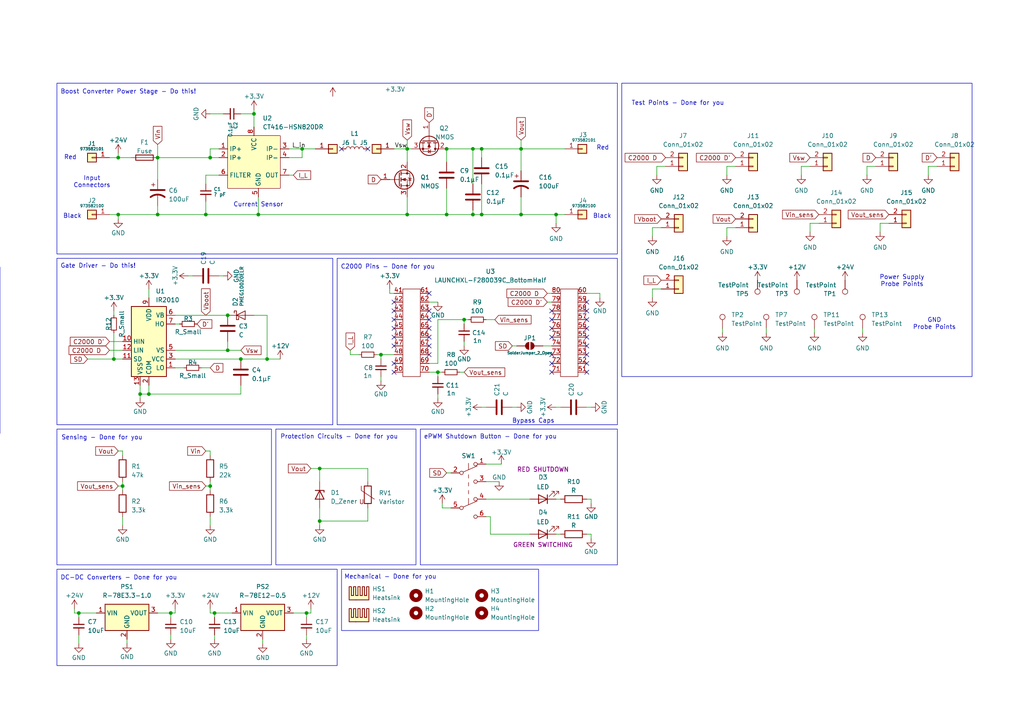
<source format=kicad_sch>
(kicad_sch (version 20231120) (generator "eeschema") (generator_version "8.0")
  (paper "A4")
  (title_block (title "24V-48V Boost Converter") (rev "0") (company "ECE462L: Power Electronics Lab") (comment 1 "[Student names here...]"))
  (junction (at 92.71 135.89))
  (junction (at 22.86 177.8))
  (junction (at 74.93 62.23))
  (junction (at 34.29 45.72))
  (junction (at 40.64 114.3))
  (junction (at 137.16 43.18))
  (junction (at 129.54 62.23))
  (junction (at 127 107.95))
  (junction (at 73.66 33.02))
  (junction (at 66.04 91.44))
  (junction (at 129.54 43.18))
  (junction (at 118.11 43.18))
  (junction (at 110.49 102.87))
  (junction (at 62.23 177.8))
  (junction (at 33.02 104.14))
  (junction (at 139.7 62.23))
  (junction (at 87.63 43.18))
  (junction (at 151.13 43.18))
  (junction (at 49.53 177.8))
  (junction (at 151.13 62.23))
  (junction (at 60.96 140.97))
  (junction (at 92.71 151.13))
  (junction (at 43.18 114.3))
  (junction (at 77.47 104.14))
  (junction (at 139.7 43.18))
  (junction (at 161.29 62.23))
  (junction (at 134.62 92.71))
  (junction (at 88.9 177.8))
  (junction (at 66.04 101.6))
  (junction (at 69.85 104.14))
  (junction (at 35.56 140.97))
  (junction (at 45.72 62.23))
  (junction (at 137.16 62.23))
  (junction (at 59.69 62.23))
  (junction (at 118.11 62.23))
  (junction (at 34.29 62.23))
  (junction (at 60.96 45.72))
  (junction (at 45.72 45.72))
  (no_connect (at 124.46 95.25))
  (no_connect (at 170.18 87.63))
  (no_connect (at 160.02 92.71))
  (no_connect (at 114.3 97.79))
  (no_connect (at 114.3 92.71))
  (no_connect (at 106.68 43.18))
  (no_connect (at 114.3 100.33))
  (no_connect (at 124.46 97.79))
  (no_connect (at 170.18 105.41))
  (no_connect (at 160.02 107.95))
  (no_connect (at 160.02 105.41))
  (no_connect (at 99.06 43.18))
  (no_connect (at 160.02 95.25))
  (no_connect (at 170.18 90.17))
  (no_connect (at 170.18 95.25))
  (no_connect (at 170.18 107.95))
  (no_connect (at 124.46 90.17))
  (no_connect (at 124.46 102.87))
  (no_connect (at 114.3 95.25))
  (no_connect (at 160.02 97.79))
  (no_connect (at 170.18 92.71))
  (no_connect (at 160.02 90.17))
  (no_connect (at 124.46 100.33))
  (no_connect (at 114.3 87.63))
  (no_connect (at 114.3 105.41))
  (no_connect (at 170.18 97.79))
  (no_connect (at 170.18 100.33))
  (no_connect (at 160.02 102.87))
  (no_connect (at 124.46 92.71))
  (no_connect (at 124.46 85.09))
  (no_connect (at 114.3 107.95))
  (no_connect (at 114.3 90.17))
  (no_connect (at 170.18 102.87))
  (wire (pts (xy 173.99 85.09) (xy 173.99 86.36)))
  (wire (pts (xy 92.71 135.89) (xy 92.71 139.7)))
  (wire (pts (xy 157.48 100.33) (xy 160.02 100.33)))
  (wire (pts (xy 54.61 80.01) (xy 55.88 80.01)))
  (wire (pts (xy 45.72 45.72) (xy 45.72 52.07)))
  (wire (pts (xy 63.5 45.72) (xy 60.96 45.72)))
  (wire (pts (xy 151.13 49.53) (xy 151.13 43.18)))
  (wire (pts (xy 161.29 144.78) (xy 162.56 144.78)))
  (wire (pts (xy 134.62 93.98) (xy 134.62 92.71)))
  (wire (pts (xy 139.7 62.23) (xy 151.13 62.23)))
  (wire (pts (xy 237.49 64.77) (xy 234.95 64.77)))
  (wire (pts (xy 118.11 57.15) (xy 118.11 62.23)))
  (wire (pts (xy 91.44 43.18) (xy 87.63 43.18)))
  (wire (pts (xy 140.97 92.71) (xy 143.51 92.71)))
  (wire (pts (xy 110.49 102.87) (xy 109.22 102.87)))
  (wire (pts (xy 58.42 106.68) (xy 60.96 106.68)))
  (wire (pts (xy 139.7 45.72) (xy 139.7 43.18)))
  (wire (pts (xy 255.27 64.77) (xy 255.27 67.31)))
  (wire (pts (xy 21.59 176.53) (xy 21.59 177.8)))
  (wire (pts (xy 110.49 104.14) (xy 110.49 102.87)))
  (wire (pts (xy 21.59 177.8) (xy 22.86 177.8)))
  (wire (pts (xy 35.56 140.97) (xy 35.56 142.24)))
  (wire (pts (xy 171.45 156.21) (xy 171.45 154.94)))
  (wire (pts (xy 34.29 45.72) (xy 38.1 45.72)))
  (wire (pts (xy 45.72 62.23) (xy 59.69 62.23)))
  (wire (pts (xy 189.23 66.04) (xy 189.23 68.58)))
  (wire (pts (xy 59.69 53.34) (xy 59.69 50.8)))
  (wire (pts (xy 149.86 100.33) (xy 148.59 100.33)))
  (wire (pts (xy 161.29 154.94) (xy 162.56 154.94)))
  (wire (pts (xy 134.62 107.95) (xy 133.35 107.95)))
  (wire (pts (xy 31.75 101.6) (xy 35.56 101.6)))
  (wire (pts (xy 254 48.26) (xy 251.46 48.26)))
  (wire (pts (xy 64.77 33.02) (xy 60.96 33.02)))
  (wire (pts (xy 210.82 48.26) (xy 210.82 50.8)))
  (wire (pts (xy 50.8 101.6) (xy 66.04 101.6)))
  (wire (pts (xy 31.75 99.06) (xy 35.56 99.06)))
  (wire (pts (xy 49.53 184.15) (xy 49.53 185.42)))
  (wire (pts (xy 40.64 115.57) (xy 40.64 114.3)))
  (wire (pts (xy 158.75 87.63) (xy 160.02 87.63)))
  (wire (pts (xy 92.71 147.32) (xy 92.71 151.13)))
  (wire (pts (xy 171.45 146.05) (xy 171.45 144.78)))
  (wire (pts (xy 114.3 85.09) (xy 113.03 85.09)))
  (wire (pts (xy 142.24 154.94) (xy 142.24 149.86)))
  (wire (pts (xy 209.55 95.25) (xy 209.55 96.52)))
  (wire (pts (xy 85.09 177.8) (xy 88.9 177.8)))
  (wire (pts (xy 171.45 144.78) (xy 170.18 144.78)))
  (wire (pts (xy 50.8 177.8) (xy 50.8 176.53)))
  (wire (pts (xy 43.18 114.3) (xy 69.85 114.3)))
  (wire (pts (xy 234.95 64.77) (xy 234.95 67.31)))
  (wire (pts (xy 50.8 106.68) (xy 53.34 106.68)))
  (wire (pts (xy 74.93 57.15) (xy 74.93 62.23)))
  (wire (pts (xy 250.19 96.52) (xy 250.19 95.25)))
  (wire (pts (xy 43.18 114.3) (xy 43.18 111.76)))
  (wire (pts (xy 92.71 151.13) (xy 92.71 152.4)))
  (wire (pts (xy 118.11 43.18) (xy 118.11 46.99)))
  (wire (pts (xy 170.18 85.09) (xy 173.99 85.09)))
  (wire (pts (xy 35.56 139.7) (xy 35.56 140.97)))
  (wire (pts (xy 49.53 179.07) (xy 49.53 177.8)))
  (wire (pts (xy 59.69 130.81) (xy 60.96 130.81)))
  (wire (pts (xy 60.96 43.18) (xy 60.96 45.72)))
  (wire (pts (xy 171.45 154.94) (xy 170.18 154.94)))
  (wire (pts (xy 151.13 40.64) (xy 151.13 43.18)))
  (wire (pts (xy 62.23 184.15) (xy 62.23 185.42)))
  (wire (pts (xy 43.18 83.82) (xy 43.18 86.36)))
  (wire (pts (xy 269.24 48.26) (xy 269.24 50.8)))
  (wire (pts (xy 66.04 99.06) (xy 66.04 101.6)))
  (wire (pts (xy 34.29 130.81) (xy 35.56 130.81)))
  (wire (pts (xy 69.85 104.14) (xy 77.47 104.14)))
  (wire (pts (xy 236.22 96.52) (xy 236.22 95.25)))
  (wire (pts (xy 118.11 43.18) (xy 114.3 43.18)))
  (wire (pts (xy 161.29 64.77) (xy 161.29 62.23)))
  (wire (pts (xy 128.27 147.32) (xy 130.81 147.32)))
  (wire (pts (xy 66.04 101.6) (xy 69.85 101.6)))
  (wire (pts (xy 34.29 44.45) (xy 34.29 45.72)))
  (wire (pts (xy 118.11 43.18) (xy 119.38 43.18)))
  (wire (pts (xy 134.62 92.71) (xy 135.89 92.71)))
  (wire (pts (xy 127 92.71) (xy 134.62 92.71)))
  (wire (pts (xy 139.7 118.11) (xy 140.97 118.11)))
  (wire (pts (xy 128.27 147.32) (xy 128.27 146.05)))
  (wire (pts (xy 124.46 87.63) (xy 127 87.63)))
  (wire (pts (xy 74.93 62.23) (xy 118.11 62.23)))
  (wire (pts (xy 210.82 66.04) (xy 210.82 68.58)))
  (wire (pts (xy 127 92.71) (xy 127 105.41)))
  (wire (pts (xy 140.97 144.78) (xy 153.67 144.78)))
  (wire (pts (xy 232.41 48.26) (xy 232.41 50.8)))
  (wire (pts (xy 59.69 140.97) (xy 60.96 140.97)))
  (wire (pts (xy 90.17 135.89) (xy 92.71 135.89)))
  (wire (pts (xy 139.7 43.18) (xy 151.13 43.18)))
  (wire (pts (xy 106.68 139.7) (xy 106.68 135.89)))
  (wire (pts (xy 137.16 62.23) (xy 139.7 62.23)))
  (wire (pts (xy 83.82 43.18) (xy 87.63 43.18)))
  (wire (pts (xy 234.95 48.26) (xy 232.41 48.26)))
  (wire (pts (xy 193.04 48.26) (xy 190.5 48.26)))
  (wire (pts (xy 170.18 118.11) (xy 171.45 118.11)))
  (wire (pts (xy 129.54 62.23) (xy 137.16 62.23)))
  (wire (pts (xy 60.96 45.72) (xy 45.72 45.72)))
  (wire (pts (xy 31.75 45.72) (xy 34.29 45.72)))
  (wire (pts (xy 73.66 31.75) (xy 73.66 33.02)))
  (wire (pts (xy 92.71 135.89) (xy 106.68 135.89)))
  (wire (pts (xy 35.56 149.86) (xy 35.56 152.4)))
  (wire (pts (xy 88.9 179.07) (xy 88.9 177.8)))
  (wire (pts (xy 140.97 139.7) (xy 144.78 139.7)))
  (wire (pts (xy 76.2 185.42) (xy 76.2 186.69)))
  (wire (pts (xy 83.82 50.8) (xy 85.09 50.8)))
  (wire (pts (xy 63.5 80.01) (xy 64.77 80.01)))
  (wire (pts (xy 69.85 111.76) (xy 69.85 114.3)))
  (wire (pts (xy 151.13 62.23) (xy 161.29 62.23)))
  (wire (pts (xy 60.96 142.24) (xy 60.96 140.97)))
  (wire (pts (xy 40.64 114.3) (xy 40.64 111.76)))
  (wire (pts (xy 118.11 40.64) (xy 118.11 43.18)))
  (wire (pts (xy 140.97 134.62) (xy 145.415 134.62)))
  (wire (pts (xy 161.29 62.23) (xy 163.83 62.23)))
  (wire (pts (xy 148.59 118.11) (xy 149.86 118.11)))
  (wire (pts (xy 110.49 102.87) (xy 114.3 102.87)))
  (wire (pts (xy 127 107.95) (xy 128.27 107.95)))
  (wire (pts (xy 25.4 104.14) (xy 33.02 104.14)))
  (wire (pts (xy 83.82 45.72) (xy 87.63 45.72)))
  (wire (pts (xy 34.29 140.97) (xy 35.56 140.97)))
  (wire (pts (xy 129.54 43.18) (xy 137.16 43.18)))
  (wire (pts (xy 191.77 66.04) (xy 189.23 66.04)))
  (wire (pts (xy 60.96 139.7) (xy 60.96 140.97)))
  (wire (pts (xy 77.47 91.44) (xy 77.47 104.14)))
  (wire (pts (xy 50.8 104.14) (xy 69.85 104.14)))
  (wire (pts (xy 31.75 62.23) (xy 34.29 62.23)))
  (wire (pts (xy 90.17 177.8) (xy 90.17 176.53)))
  (wire (pts (xy 127 105.41) (xy 124.46 105.41)))
  (wire (pts (xy 124.46 107.95) (xy 127 107.95)))
  (wire (pts (xy 62.23 177.8) (xy 67.31 177.8)))
  (wire (pts (xy 151.13 43.18) (xy 163.83 43.18)))
  (wire (pts (xy 60.96 177.8) (xy 62.23 177.8)))
  (wire (pts (xy 92.71 151.13) (xy 106.68 151.13)))
  (wire (pts (xy 62.23 179.07) (xy 62.23 177.8)))
  (wire (pts (xy 110.49 110.49) (xy 110.49 109.22)))
  (wire (pts (xy 33.02 96.52) (xy 33.02 104.14)))
  (wire (pts (xy 151.13 57.15) (xy 151.13 62.23)))
  (wire (pts (xy 45.72 59.69) (xy 45.72 62.23)))
  (wire (pts (xy 113.03 85.09) (xy 113.03 83.82)))
  (wire (pts (xy 127 109.22) (xy 127 107.95)))
  (wire (pts (xy 139.7 53.34) (xy 139.7 62.23)))
  (wire (pts (xy 22.86 177.8) (xy 27.94 177.8)))
  (wire (pts (xy 129.54 137.16) (xy 130.81 137.16)))
  (wire (pts (xy 134.62 100.33) (xy 134.62 99.06)))
  (wire (pts (xy 73.66 33.02) (xy 73.66 36.83)))
  (wire (pts (xy 59.69 62.23) (xy 74.93 62.23)))
  (wire (pts (xy 60.96 149.86) (xy 60.96 152.4)))
  (wire (pts (xy 190.5 48.26) (xy 190.5 50.8)))
  (wire (pts (xy 49.53 177.8) (xy 50.8 177.8)))
  (wire (pts (xy 60.96 130.81) (xy 60.96 132.08)))
  (wire (pts (xy 50.8 91.44) (xy 66.04 91.44)))
  (wire (pts (xy 222.25 95.25) (xy 222.25 96.52)))
  (wire (pts (xy 59.69 50.8) (xy 63.5 50.8)))
  (wire (pts (xy 59.69 58.42) (xy 59.69 62.23)))
  (wire (pts (xy 118.11 62.23) (xy 129.54 62.23)))
  (wire (pts (xy 271.78 48.26) (xy 269.24 48.26)))
  (wire (pts (xy 22.86 179.07) (xy 22.86 177.8)))
  (wire (pts (xy 73.66 91.44) (xy 77.47 91.44)))
  (wire (pts (xy 189.23 83.82) (xy 189.23 86.36)))
  (wire (pts (xy 142.24 154.94) (xy 153.67 154.94)))
  (wire (pts (xy 45.72 41.91) (xy 45.72 45.72)))
  (wire (pts (xy 161.29 118.11) (xy 162.56 118.11)))
  (wire (pts (xy 129.54 43.18) (xy 129.54 46.99)))
  (wire (pts (xy 191.77 83.82) (xy 189.23 83.82)))
  (wire (pts (xy 88.9 184.15) (xy 88.9 185.42)))
  (wire (pts (xy 137.16 43.18) (xy 139.7 43.18)))
  (wire (pts (xy 33.02 90.17) (xy 33.02 91.44)))
  (wire (pts (xy 106.68 147.32) (xy 106.68 151.13)))
  (wire (pts (xy 129.54 54.61) (xy 129.54 62.23)))
  (wire (pts (xy 251.46 48.26) (xy 251.46 50.8)))
  (wire (pts (xy 127 115.57) (xy 127 114.3)))
  (wire (pts (xy 87.63 43.18) (xy 87.63 45.72)))
  (wire (pts (xy 40.64 114.3) (xy 43.18 114.3)))
  (wire (pts (xy 213.36 66.04) (xy 210.82 66.04)))
  (wire (pts (xy 142.24 149.86) (xy 140.97 149.86)))
  (wire (pts (xy 137.16 53.34) (xy 137.16 43.18)))
  (wire (pts (xy 34.29 62.23) (xy 45.72 62.23)))
  (wire (pts (xy 73.66 33.02) (xy 69.85 33.02)))
  (wire (pts (xy 35.56 130.81) (xy 35.56 132.08)))
  (wire (pts (xy 158.75 85.09) (xy 160.02 85.09)))
  (wire (pts (xy 60.96 177.8) (xy 60.96 176.53)))
  (wire (pts (xy 22.86 184.15) (xy 22.86 186.69)))
  (wire (pts (xy 101.6 102.87) (xy 101.6 101.6)))
  (wire (pts (xy 90.17 177.8) (xy 88.9 177.8)))
  (wire (pts (xy 34.29 62.23) (xy 34.29 63.5)))
  (wire (pts (xy 104.14 102.87) (xy 101.6 102.87)))
  (wire (pts (xy 50.8 93.98) (xy 52.07 93.98)))
  (wire (pts (xy 77.47 104.14) (xy 81.28 104.14)))
  (wire (pts (xy 213.36 48.26) (xy 210.82 48.26)))
  (wire (pts (xy 45.72 177.8) (xy 49.53 177.8)))
  (wire (pts (xy 137.16 60.96) (xy 137.16 62.23)))
  (wire (pts (xy 36.83 185.42) (xy 36.83 186.69)))
  (wire (pts (xy 33.02 104.14) (xy 35.56 104.14)))
  (wire (pts (xy 63.5 43.18) (xy 60.96 43.18)))
  (wire (pts (xy 257.81 64.77) (xy 255.27 64.77)))
  (rectangle (start 99.06 165.1) (end 156.21 182.88))
  (rectangle (start -110.49 77.47) (end 0 125.73))
  (rectangle (start 16.51 124.46) (end 78.74 163.83))
  (rectangle (start 97.79 74.93) (end 179.07 123.19))
  (rectangle (start 80.01 124.46) (end 120.65 163.83))
  (rectangle (start 16.51 165.1) (end 97.79 193.04))
  (rectangle (start 121.92 124.46) (end 179.07 163.83))
  (rectangle (start -124.46 -1.27) (end -3.81 68.58))
  (rectangle (start 180.34 24.13) (end 281.94 109.22))
  (rectangle (start 16.51 74.93) (end 96.52 123.19))
  (rectangle (start 16.51 24.13) (end 179.07 73.66))
  (text "High Freq\nFiltering\nCapacitors\nFor Switching Loop" (at -29.718 57.912 0) (effects (font (size 1.27 1.27))))
  (text "Inductor wire through hole connections" (at -69.85 5.588 0) (effects (font (size 1.27 1.27)) (justify left bottom)))
  (text "Input\nConnectors" (at 26.67 52.832 0) (effects (font (size 1.27 1.27))))
  (text "Sensing - Done for you\n" (at 17.78 127.762 0) (effects (font (size 1.27 1.27)) (justify left bottom)))
  (text "Protection Circuits - Done for you" (at 81.28 127.508 0) (effects (font (size 1.27 1.27)) (justify left bottom)))
  (text "Input Capacitor\n" (at -63.246 54.61 0) (effects (font (size 1.27 1.27))))
  (text "Test Points - Done for you\n" (at 183.134 30.734 0) (effects (font (size 1.27 1.27)) (justify left bottom)))
  (text "Bypass cap for +12V VCC" (at -18.542 106.426 0) (effects (font (size 1.27 1.27))))
  (text "Black" (at 18.288 63.5 0) (effects (font (size 1.27 1.27)) (justify left bottom)))
  (text "Mechanical - Done for you" (at 99.822 168.148 0) (effects (font (size 1.27 1.27)) (justify left bottom)))
  (text "Red" (at 18.542 46.482 0) (effects (font (size 1.27 1.27)) (justify left bottom)))
  (text "Bulk Output\nCapacitor" (at -50.546 38.862 0) (effects (font (size 1.27 1.27))))
  (text "Power Supply\nProbe Points" (at 261.62 81.534 0) (effects (font (size 1.27 1.27))))
  (text "Boostrap Capacitor" (at -43.942 106.68 0) (effects (font (size 1.27 1.27))))
  (text "Red" (at 172.974 43.688 0) (effects (font (size 1.27 1.27)) (justify left bottom)))
  (text "ePWM Shutdown Button - Done for you" (at 122.936 127.508 0) (effects (font (size 1.27 1.27)) (justify left bottom)))
  (text "Notes: \n\n-The inductor physically will be mounted into the board using a bobbin\n-The inductor will be electrically connected using connectors J5 and J6 \n(use net names L_In and Vsw to connect these to the rest of the circuit)\n- Since the bobbin is not electrically connected to the board, leave the \nconnection as a no connect so it will not be connected to any node on the board\n- Bypass capacitors should be placed as close as possible to the physical pins of each IC\n- Please do not change any net names - the rest of the circuit depends on the current net names \n" (at -100.076 -16.764 0) (effects (font (size 1.27 1.27)) (justify left)))
  (text "Black" (at 171.958 63.5 0) (effects (font (size 1.27 1.27)) (justify left bottom)))
  (text "Gate Driver - Do this!" (at 17.526 77.978 0) (effects (font (size 1.27 1.27)) (justify left bottom)))
  (text "Current Sensor" (at 74.93 59.436 0) (effects (font (size 1.27 1.27))))
  (text "DC-DC Converters - Done for you\n\n" (at 17.526 170.434 0) (effects (font (size 1.27 1.27)) (justify left bottom)))
  (text "Boost Power Stage Components - Use these!" (at -123.698 3.048 0) (effects (font (size 1.27 1.27)) (justify left bottom)))
  (text "Gate Resistors" (at -44.704 92.71 0) (effects (font (size 1.27 1.27))))
  (text "C2000 Pins - Done for you\n" (at 98.806 78.232 0) (effects (font (size 1.27 1.27)) (justify left bottom)))
  (text "Boostrap Diode" (at -22.606 93.472 0) (effects (font (size 1.27 1.27))))
  (text "Bypass Capacitor for current sensor" (at -104.648 30.48 0) (effects (font (size 1.27 1.27))))
  (text "Inductor Bobbin \nConnection" (at -50.038 21.844 0) (effects (font (size 1.27 1.27))))
  (text "Switches" (at -22.606 11.176 0) (effects (font (size 1.27 1.27))))
  (text "Bypass Capacitor for gate driver\n" (at -89.662 112.014 0) (effects (font (size 1.27 1.27))))
  (text "Gate Driver Components - Use these!" (at -107.95 82.042 0) (effects (font (size 1.27 1.27)) (justify left bottom)))
  (text "GND\nProbe Points" (at 271.018 93.98 0) (effects (font (size 1.27 1.27))))
  (text "Bypass Caps" (at 154.686 122.174 0) (effects (font (size 1.27 1.27))))
  (text "Boost Converter Power Stage - Do this!\n" (at 17.526 27.432 0) (effects (font (size 1.27 1.27)) (justify left bottom)))
  (label "L_in" (at 88.6213 43.18 180))
  (label "Vsw" (at 118.11 43.18 180))
  (global_label "Vout_sens" (shape input) (at 134.62 107.95 0) (property "Intersheetrefs" "${INTERSHEET_REFS}" (effects (hide yes))))
  (global_label "D" (shape input) (at 110.49 52.07 180) (property "Intersheetrefs" "${INTERSHEET_REFS}" (effects (hide yes))))
  (global_label "Vout" (shape input) (at 213.36 63.5 180) (property "Intersheetrefs" "${INTERSHEET_REFS}" (effects (hide yes))))
  (global_label "SD" (shape input) (at 148.59 100.33 180) (property "Intersheetrefs" "${INTERSHEET_REFS}" (effects (hide yes))))
  (global_label "Vboot" (shape input) (at 59.69 91.44 90) (property "Intersheetrefs" "${INTERSHEET_REFS}" (effects (hide yes))))
  (global_label "Vsw" (shape input) (at 118.11 40.64 90) (property "Intersheetrefs" "${INTERSHEET_REFS}" (effects (hide yes))))
  (global_label "I_L" (shape input) (at 191.77 81.28 180) (property "Intersheetrefs" "${INTERSHEET_REFS}" (effects (hide yes))))
  (global_label "I_L" (shape input) (at 101.6 101.6 90) (property "Intersheetrefs" "${INTERSHEET_REFS}" (effects (hide yes))))
  (global_label "C2000 D " (shape input) (at 31.75 101.6 180) (property "Intersheetrefs" "${INTERSHEET_REFS}" (effects (hide yes))))
  (global_label "SD" (shape input) (at 129.54 137.16 180) (property "Intersheetrefs" "${INTERSHEET_REFS}" (effects (hide yes))))
  (global_label "Vout_sens" (shape input) (at 257.81 62.23 180) (property "Intersheetrefs" "${INTERSHEET_REFS}" (effects (hide yes))))
  (global_label "SD" (shape input) (at 25.4 104.14 180) (property "Intersheetrefs" "${INTERSHEET_REFS}" (effects (hide yes))))
  (global_label "D" (shape input) (at 254 45.72 180) (property "Intersheetrefs" "${INTERSHEET_REFS}" (effects (hide yes))))
  (global_label "Vout" (shape input) (at 34.29 130.81 180) (property "Intersheetrefs" "${INTERSHEET_REFS}" (effects (hide yes))))
  (global_label "C2000 D'" (shape input) (at 31.75 99.06 180) (property "Intersheetrefs" "${INTERSHEET_REFS}" (effects (hide yes))))
  (global_label "Vin_sens" (shape input) (at 237.49 62.23 180) (property "Intersheetrefs" "${INTERSHEET_REFS}" (effects (hide yes))))
  (global_label "Vsw" (shape input) (at 69.85 101.6 0) (property "Intersheetrefs" "${INTERSHEET_REFS}" (effects (hide yes))))
  (global_label "D'" (shape input) (at 57.15 93.98 0) (property "Intersheetrefs" "${INTERSHEET_REFS}" (effects (hide yes))))
  (global_label "C2000 D'" (shape input) (at 158.75 87.63 180) (property "Intersheetrefs" "${INTERSHEET_REFS}" (effects (hide yes))))
  (global_label "D" (shape input) (at 60.96 106.68 0) (property "Intersheetrefs" "${INTERSHEET_REFS}" (effects (hide yes))))
  (global_label "C2000 D " (shape input) (at 158.75 85.09 180) (property "Intersheetrefs" "${INTERSHEET_REFS}" (effects (hide yes))))
  (global_label "Vboot" (shape input) (at 191.77 63.5 180) (property "Intersheetrefs" "${INTERSHEET_REFS}" (effects (hide yes))))
  (global_label "Vsw" (shape input) (at 234.95 45.72 180) (property "Intersheetrefs" "${INTERSHEET_REFS}" (effects (hide yes))))
  (global_label "Vout_sens" (shape input) (at 34.29 140.97 180) (property "Intersheetrefs" "${INTERSHEET_REFS}" (effects (hide yes))))
  (global_label "Vout" (shape input) (at 151.13 40.64 90) (property "Intersheetrefs" "${INTERSHEET_REFS}" (effects (hide yes))))
  (global_label "D'" (shape input) (at 124.46 35.56 90) (property "Intersheetrefs" "${INTERSHEET_REFS}" (effects (hide yes))))
  (global_label "C2000 D " (shape input) (at 193.04 45.72 180) (property "Intersheetrefs" "${INTERSHEET_REFS}" (effects (hide yes))))
  (global_label "D'" (shape input) (at 271.78 45.72 180) (property "Intersheetrefs" "${INTERSHEET_REFS}" (effects (hide yes))))
  (global_label "Vin" (shape input) (at 45.72 41.91 90) (property "Intersheetrefs" "${INTERSHEET_REFS}" (effects (hide yes))))
  (global_label "C2000 D'" (shape input) (at 213.36 45.72 180) (property "Intersheetrefs" "${INTERSHEET_REFS}" (effects (hide yes))))
  (global_label "Vin_sens" (shape input) (at 143.51 92.71 0) (property "Intersheetrefs" "${INTERSHEET_REFS}" (effects (hide yes))))
  (global_label "I_L" (shape input) (at 85.09 50.8 0) (property "Intersheetrefs" "${INTERSHEET_REFS}" (effects (hide yes))))
  (global_label "Vout" (shape input) (at 90.17 135.89 180) (property "Intersheetrefs" "${INTERSHEET_REFS}" (effects (hide yes))))
  (global_label "Vin_sens" (shape input) (at 59.69 140.97 180) (property "Intersheetrefs" "${INTERSHEET_REFS}" (effects (hide yes))))
  (global_label "Vin" (shape input) (at 59.69 130.81 180) (property "Intersheetrefs" "${INTERSHEET_REFS}" (effects (hide yes))))
  (symbol (lib_id "Connector:TestPoint") (at 209.55 95.25 0) (unit 1)
    (property "Reference" "TP2" (at 212.09 91.313 0) (effects (justify left)))
    (property "Value" "TestPoint" (at 212.09 93.853 0) (effects (justify left)))
    (property "Footprint" "TestPoint:TestPoint_Loop_D1.80mm_Drill1.0mm_Beaded" (effects (hide yes)))
  )
  (symbol (lib_id "power:GND") (at 60.96 152.4 0) (unit 1)
    (property "Reference" "#PWR09" (effects (hide yes)))
    (property "Value" "GND" (at 60.96 156.464 0))
  )
  (symbol (lib_id "Connector_Generic:Conn_01x01") (at 168.91 43.18 0) (unit 1)
    (property "Reference" "J3" (at 167.894 39.116 0) (effects (justify left)))
    (property "Value" "973582101" (at 165.862 40.64 0) (effects (font (size 0.8 0.8)) (justify left)))
    (property "Footprint" "ECE462L:973582101" (effects (hide yes)))
    (property "Description" "Generic connector, single row, 01x01, script generated (kicad-library-utils/schlib/autogen/connector/)" (effects (hide yes)))
  )
  (symbol (lib_id "Switch:SW_Push_DPDT") (at 135.89 142.24 0) (unit 1)
    (property "Reference" "SW1" (at 135.89 132.207 0))
    (property "Value" "SW_Push_DPDT" (effects (hide yes)))
    (property "Footprint" "ECE462L:SLW1116297AD" (effects (hide yes)))
  )
  (symbol (lib_id "power:GND") (at 210.82 68.58 0) (mirror y) (unit 1)
    (property "Reference" "#PWR048" (effects (hide yes)))
    (property "Value" "GND" (at 210.82 73.025 0))
  )
  (symbol (lib_id "power:GND") (at 234.95 67.31 0) (mirror y) (unit 1)
    (property "Reference" "#PWR049" (effects (hide yes)))
    (property "Value" "GND" (at 234.95 71.755 0))
  )
  (symbol (lib_id "Device:C") (at 66.04 95.25 0) (unit 1)
    (property "Reference" "C3" (at 69.215 94.615 0) (effects (justify left)))
    (property "Value" "C" (at 69.215 97.155 0) (effects (justify left)))
    (property "Footprint" "Capacitor_SMD:C_0805_2012Metric" (effects (hide yes)))
    (property "Description" "Cboot" (effects (hide yes)))
  )
  (symbol (lib_id "Connector:TestPoint") (at 236.22 95.25 0) (unit 1)
    (property "Reference" "TP11" (at 238.76 91.313 0) (effects (justify left)))
    (property "Value" "TestPoint" (at 238.76 93.853 0) (effects (justify left)))
    (property "Footprint" "TestPoint:TestPoint_Loop_D1.80mm_Drill1.0mm_Beaded" (effects (hide yes)))
  )
  (symbol (lib_id "Device:D_Zener") (at 92.71 143.51 270) (unit 1)
    (property "Reference" "D1" (at 95.885 142.875 90) (effects (justify left)))
    (property "Value" "D_Zener" (at 95.885 145.415 90) (effects (justify left)))
    (property "Footprint" "ECE462L:1.5KE75A" (effects (hide yes)))
  )
  (symbol (lib_id "Device:C_Small") (at 22.86 181.61 0) (unit 1)
    (property "Reference" "C7" (at 25.4 180.3462 0) (effects (justify left)))
    (property "Value" "10uF" (at 25.4 182.8862 0) (effects (justify left)))
    (property "Footprint" "Capacitor_SMD:C_0805_2012Metric" (effects (hide yes)))
    (property "Description" "Unpolarized capacitor, small symbol" (effects (hide yes)))
  )
  (symbol (lib_id "Connector_Generic:Conn_01x02") (at 196.85 66.04 0) (mirror x) (unit 1)
    (property "Reference" "J12" (at 196.85 57.15 0))
    (property "Value" "Conn_01x02" (at 196.85 59.69 0))
    (property "Footprint" "ECE462L:TP" (effects (hide yes)))
    (property "Description" "Generic connector, single row, 01x02, script generated (kicad-library-utils/schlib/autogen/connector/)" (effects (hide yes)))
  )
  (symbol (lib_id "power:GND") (at 88.9 185.42 0) (unit 1)
    (property "Reference" "#PWR025" (effects (hide yes)))
    (property "Value" "GND" (at 88.9 189.484 0))
  )
  (symbol (lib_id "Connector_Generic:Conn_01x01") (at 26.67 45.72 180) (unit 1)
    (property "Reference" "J1" (at 26.67 41.656 0))
    (property "Value" "973582101" (at 26.67 43.18 0) (effects (font (size 0.8 0.8))))
    (property "Footprint" "ECE462L:973582101" (effects (hide yes)))
    (property "Description" "Generic connector, single row, 01x01, script generated (kicad-library-utils/schlib/autogen/connector/)" (effects (hide yes)))
  )
  (symbol (lib_id "Connector_Generic:Conn_01x02") (at 218.44 48.26 0) (mirror x) (unit 1)
    (property "Reference" "J11" (at 218.44 39.37 0))
    (property "Value" "Conn_01x02" (at 218.44 41.91 0))
    (property "Footprint" "ECE462L:TP" (effects (hide yes)))
    (property "Description" "Generic connector, single row, 01x02, script generated (kicad-library-utils/schlib/autogen/connector/)" (effects (hide yes)))
  )
  (symbol (lib_id "Connector_Generic:Conn_01x02") (at 240.03 48.26 0) (mirror x) (unit 1)
    (property "Reference" "J10" (at 240.03 39.37 0))
    (property "Value" "Conn_01x02" (at 240.03 41.91 0))
    (property "Footprint" "ECE462L:TP" (effects (hide yes)))
    (property "Description" "Generic connector, single row, 01x02, script generated (kicad-library-utils/schlib/autogen/connector/)" (effects (hide yes)))
  )
  (symbol (lib_id "power:GND") (at 76.2 186.69 0) (unit 1)
    (property "Reference" "#PWR024" (effects (hide yes)))
    (property "Value" "GND" (at 76.2 190.754 0))
  )
  (symbol (lib_id "power:+3.3V") (at 161.29 118.11 90) (unit 1)
    (property "Reference" "#PWR052" (effects (hide yes)))
    (property "Value" "+3.3V" (at 157.48 118.11 0))
  )
  (symbol (lib_id "Connector_Generic:Conn_01x01") (at 109.22 43.18 0) (mirror y) (unit 1)
    (property "Reference" "J5" (at 106.68 41.402 0) (effects (justify left)))
    (property "Value" "Conn_01x01" (effects (hide yes)))
    (property "Footprint" "ECE462L:Inductor_wire_conn" (effects (hide yes)))
    (property "Description" "Generic connector, single row, 01x01, script generated (kicad-library-utils/schlib/autogen/connector/)" (effects (hide yes)))
  )
  (symbol (lib_id "Mechanical:MountingHole") (at 120.65 177.8 0) (unit 1) (exclude_from_sim yes) (in_bom no)
    (property "Reference" "H2" (at 123.19 176.5299 0) (effects (justify left)))
    (property "Value" "MountingHole" (at 123.19 179.0699 0) (effects (justify left)))
    (property "Footprint" "MountingHole:MountingHole_3.2mm_M3" (effects (hide yes)))
    (property "Description" "Mounting Hole without connection" (effects (hide yes)))
  )
  (symbol (lib_id "Device:Varistor") (at 106.68 143.51 0) (unit 1)
    (property "Reference" "RV1" (at 109.855 142.9742 0) (effects (justify left)))
    (property "Value" "Varistor" (at 109.855 145.5142 0) (effects (justify left)))
    (property "Footprint" "ECE462L:V100ZA15P" (effects (hide yes)))
    (property "Sim.Name" "kicad_builtin_varistor" (effects (hide yes)))
    (property "Sim.Device" "SUBCKT" (effects (hide yes)))
    (property "Sim.Pins" "1=A 2=B" (effects (hide yes)))
    (property "Sim.Params" "threshold=1k" (effects (hide yes)))
    (property "Sim.Library" "${KICAD7_SYMBOL_DIR}/Simulation_SPICE.sp" (effects (hide yes)))
  )
  (symbol (lib_id "power:+3.3V") (at 128.27 146.05 0) (unit 1)
    (property "Reference" "#PWR035" (effects (hide yes)))
    (property "Value" "+3.3V" (at 128.27 142.24 0))
  )
  (symbol (lib_id "power:+24V") (at 245.11 81.28 0) (unit 1)
    (property "Reference" "#PWR028" (effects (hide yes)))
    (property "Value" "+24V" (at 245.11 77.47 0))
  )
  (symbol (lib_id "Device:Fuse") (at 41.91 45.72 90) (unit 1)
    (property "Reference" "F1" (at 41.91 41.275 90))
    (property "Value" "Fuse" (at 41.91 43.815 90))
    (property "Footprint" "ECE462L:03540101ZXGY" (effects (hide yes)))
  )
  (symbol (lib_id "ECE462L:R-78E3.3-1.0") (at 36.83 179.07 0) (unit 1)
    (property "Reference" "PS1" (at 36.83 170.18 0))
    (property "Value" "R-78E3.3-1.0" (at 36.83 172.72 0))
    (property "Footprint" "ECE462L:R-78E3.3-1.0" (effects (hide yes)))
    (property "PARTREV" "6" (effects (hide yes)))
    (property "STANDARD" "Manufacturer Recommendations" (effects (hide yes)))
    (property "MAXIMUM_PACKAGE_HEIGHT" "10.40mm" (effects (hide yes)))
    (property "MANUFACTURER" "RECOM" (effects (hide yes)))
  )
  (symbol (lib_id "Device:C") (at 69.85 107.95 0) (unit 1)
    (property "Reference" "C4" (at 73.025 107.315 0) (effects (justify left)))
    (property "Value" "0.1μF" (at 73.025 109.855 0) (effects (justify left)))
    (property "Footprint" "Capacitor_SMD:C_0805_2012Metric" (effects (hide yes)))
    (property "Description" "Cbypass" (effects (hide yes)))
  )
  (symbol (lib_id "power:GND") (at 236.22 96.52 0) (unit 1)
    (property "Reference" "#PWR036" (effects (hide yes)))
    (property "Value" "GND" (at 236.22 100.965 0))
  )
  (symbol (lib_id "power:GND") (at 127 87.63 0) (unit 1)
    (property "Reference" "#PWR020" (effects (hide yes)))
    (property "Value" "GND" (at 127 91.44 0))
  )
  (symbol (lib_id "Connector:TestPoint") (at 231.14 81.28 180) (unit 1)
    (property "Reference" "TP3" (at 228.6 85.217 0) (effects (justify left)))
    (property "Value" "TestPoint" (at 228.6 82.677 0) (effects (justify left)))
    (property "Footprint" "TestPoint:TestPoint_Loop_D1.80mm_Drill1.0mm_Beaded" (effects (hide yes)))
  )
  (symbol (lib_id "power:GND") (at 127 115.57 0) (unit 1)
    (property "Reference" "#PWR019" (effects (hide yes)))
    (property "Value" "GND" (at 127 119.38 0))
  )
  (symbol (lib_id "Device:R_Small") (at 55.88 106.68 90) (unit 1)
    (property "Reference" "R4" (at 55.88 105.156 90))
    (property "Value" "R_Small" (at 55.88 108.966 90))
    (property "Footprint" "Resistor_SMD:R_0805_2012Metric" (effects (hide yes)))
    (property "Description" "gate resistor" (effects (hide yes)))
  )
  (symbol (lib_id "Device:L") (at 102.87 43.18 90) (unit 1)
    (property "Reference" "L1" (at 102.87 38.735 90))
    (property "Value" "L" (at 102.87 41.275 90))
    (property "Footprint" "ECE462L:Inductor" (effects (hide yes)))
  )
  (symbol (lib_id "Device:R") (at 166.37 154.94 90) (unit 1)
    (property "Reference" "R11" (at 166.37 149.86 90))
    (property "Value" "R" (at 166.37 152.4 90))
    (property "Footprint" "Resistor_SMD:R_0805_2012Metric" (effects (hide yes)))
  )
  (symbol (lib_id "power:+12V") (at 90.17 176.53 0) (unit 1)
    (property "Reference" "#PWR026" (effects (hide yes)))
    (property "Value" "+12V" (at 90.17 172.72 0))
  )
  (symbol (lib_id "power:+12V") (at 231.14 81.28 0) (unit 1)
    (property "Reference" "#PWR032" (effects (hide yes)))
    (property "Value" "+12V" (at 231.14 77.47 0))
  )
  (symbol (lib_id "Device:C_Small") (at 59.69 55.88 0) (unit 1)
    (property "Reference" "C1" (at 61.976 54.864 0) (effects (font (size 1 1)) (justify left)))
    (property "Value" "? pF" (at 61.976 56.388 0) (effects (font (size 1 1)) (justify left)))
    (property "Footprint" "Capacitor_SMD:C_0805_2012Metric" (effects (hide yes)))
    (property "Description" "Unpolarized capacitor, small symbol" (effects (hide yes)))
  )
  (symbol (lib_id "Device:C_Small") (at 127 111.76 0) (unit 1)
    (property "Reference" "C11" (at 129.286 111.76 0) (effects (justify left)))
    (property "Value" "1n" (at 129.54 114.046 0) (effects (justify left)))
    (property "Footprint" "Capacitor_SMD:C_0805_2012Metric" (effects (hide yes)))
    (property "Description" "Unpolarized capacitor, small symbol" (effects (hide yes)))
  )
  (symbol (lib_id "Device:C_Small") (at 134.62 96.52 0) (unit 1)
    (property "Reference" "C14" (at 136.906 96.52 0) (effects (justify left)))
    (property "Value" "1n" (at 137.16 98.806 0) (effects (justify left)))
    (property "Footprint" "Capacitor_SMD:C_0805_2012Metric" (effects (hide yes)))
    (property "Description" "Unpolarized capacitor, small symbol" (effects (hide yes)))
  )
  (symbol (lib_id "Device:R") (at 35.56 146.05 0) (unit 1)
    (property "Reference" "R2" (at 38.1 145.415 0) (effects (justify left)))
    (property "Value" "3.3k" (at 38.1 147.955 0) (effects (justify left)))
    (property "Footprint" "Resistor_SMD:R_0805_2012Metric" (effects (hide yes)))
  )
  (symbol (lib_name "GND_1") (lib_id "power:GND") (at 60.96 33.02 270) (unit 1)
    (property "Reference" "#PWR08" (effects (hide yes)))
    (property "Value" "GND" (at 56.896 33.02 0))
    (property "Description" "Power symbol creates a global label with name \"GND\" , ground" (effects (hide yes)))
  )
  (symbol (lib_id "Diode:PMEG10020ELR") (at 69.85 91.44 0) (unit 1)
    (property "Reference" "D2" (at 68.2624 88.9 90) (effects (justify left)))
    (property "Value" "PMEG10020ELR" (at 70.104 88.9 90) (effects (font (size 1 1)) (justify left)))
    (property "Footprint" "Diode_SMD:Nexperia_CFP3_SOD-123W" (effects (hide yes)))
    (property "Datasheet" "https://assets.nexperia.com/documents/data-sheet/PMEG10020ELR.pdf" (effects (hide yes)))
    (property "Description" "boostrap diode" (effects (hide yes)))
  )
  (symbol (lib_id "Device:R_Small") (at 33.02 93.98 180) (unit 1)
    (property "Reference" "R12" (at 31.496 93.98 90))
    (property "Value" "R_Small" (at 35.306 93.98 90))
    (property "Footprint" "Resistor_SMD:R_0805_2012Metric" (effects (hide yes)))
    (property "Description" "Resistor, small symbol" (effects (hide yes)))
  )
  (symbol (lib_id "power:GND") (at 250.19 96.52 0) (unit 1)
    (property "Reference" "#PWR039" (effects (hide yes)))
    (property "Value" "GND" (at 250.19 100.965 0))
  )
  (symbol (lib_id "Device:R") (at 35.56 135.89 0) (unit 1)
    (property "Reference" "R1" (at 38.1 135.255 0) (effects (justify left)))
    (property "Value" "47k" (at 38.1 137.795 0) (effects (justify left)))
    (property "Footprint" "Resistor_SMD:R_0805_2012Metric" (effects (hide yes)))
  )
  (symbol (lib_id "Device:LED") (at 157.48 144.78 180) (unit 1)
    (property "Reference" "D3" (at 157.48 138.43 0))
    (property "Value" "LED" (at 157.48 141.224 0))
    (property "Footprint" "ECE462L:WL-SMRW_1206_REC" (effects (hide yes)))
    (property "Description" "RED SHUTDOWN" (at 157.48 136.144 0))
  )
  (symbol (lib_id "Connector_Generic:Conn_01x02") (at 259.08 48.26 0) (mirror x) (unit 1)
    (property "Reference" "J9" (at 259.08 39.37 0))
    (property "Value" "Conn_01x02" (at 259.08 41.91 0))
    (property "Footprint" "ECE462L:TP" (effects (hide yes)))
    (property "Description" "Generic connector, single row, 01x02, script generated (kicad-library-utils/schlib/autogen/connector/)" (effects (hide yes)))
  )
  (symbol (lib_id "Connector_Generic:Conn_01x02") (at 242.57 64.77 0) (mirror x) (unit 1)
    (property "Reference" "J14" (at 242.57 55.88 0))
    (property "Value" "Conn_01x02" (at 242.57 58.42 0))
    (property "Footprint" "ECE462L:TP" (effects (hide yes)))
    (property "Description" "Generic connector, single row, 01x02, script generated (kicad-library-utils/schlib/autogen/connector/)" (effects (hide yes)))
  )
  (symbol (lib_id "power:GND") (at 62.23 185.42 0) (unit 1)
    (property "Reference" "#PWR022" (effects (hide yes)))
    (property "Value" "GND" (at 62.23 189.484 0))
  )
  (symbol (lib_id "Connector_Generic:Conn_01x02") (at 218.44 66.04 0) (mirror x) (unit 1)
    (property "Reference" "J13" (at 218.44 57.15 0))
    (property "Value" "Conn_01x02" (at 218.44 59.69 0))
    (property "Footprint" "ECE462L:TP" (effects (hide yes)))
    (property "Description" "Generic connector, single row, 01x02, script generated (kicad-library-utils/schlib/autogen/connector/)" (effects (hide yes)))
  )
  (symbol (lib_id "power:+24V") (at 60.96 176.53 0) (unit 1)
    (property "Reference" "#PWR021" (effects (hide yes)))
    (property "Value" "+24V" (at 60.96 172.72 0))
  )
  (symbol (lib_id "Connector:TestPoint") (at 222.25 95.25 0) (unit 1)
    (property "Reference" "TP7" (at 224.79 91.313 0) (effects (justify left)))
    (property "Value" "TestPoint" (at 224.79 93.853 0) (effects (justify left)))
    (property "Footprint" "TestPoint:TestPoint_Loop_D1.80mm_Drill1.0mm_Beaded" (effects (hide yes)))
  )
  (symbol (lib_id "power:+3.3V") (at 50.8 176.53 0) (unit 1)
    (property "Reference" "#PWR018" (effects (hide yes)))
    (property "Value" "+3.3V" (at 50.8 172.72 0))
  )
  (symbol (lib_id "power:GND") (at 171.45 156.21 0) (unit 1)
    (property "Reference" "#PWR041" (effects (hide yes)))
    (property "Value" "GND" (at 171.45 160.02 0))
  )
  (symbol (lib_id "power:GND") (at 40.64 115.57 0) (unit 1)
    (property "Reference" "#PWR05" (effects (hide yes)))
    (property "Value" "GND" (at 40.64 119.38 0))
  )
  (symbol (lib_id "Device:C_Small") (at 49.53 181.61 0) (unit 1)
    (property "Reference" "C10" (at 52.07 180.3462 0) (effects (justify left)))
    (property "Value" "10uF" (at 52.07 182.8862 0) (effects (justify left)))
    (property "Footprint" "Capacitor_SMD:C_0805_2012Metric" (effects (hide yes)))
    (property "Description" "Unpolarized capacitor, small symbol" (effects (hide yes)))
  )
  (symbol (lib_id "Device:R_Small") (at 54.61 93.98 90) (unit 1)
    (property "Reference" "R3" (at 54.61 92.456 90))
    (property "Value" "R_Small" (at 54.61 96.266 90))
    (property "Footprint" "Resistor_SMD:R_0805_2012Metric" (effects (hide yes)))
    (property "Description" "gate resistor" (effects (hide yes)))
  )
  (symbol (lib_id "Mechanical:Heatsink") (at 104.14 173.99 0) (unit 1) (exclude_from_sim yes)
    (property "Reference" "HS1" (at 107.95 170.8149 0) (effects (justify left)))
    (property "Value" "Heatsink" (at 107.95 173.3549 0) (effects (justify left)))
    (property "Footprint" "ECE462L:513102B02500G" (effects (hide yes)))
    (property "Description" "Heatsink" (effects (hide yes)))
  )
  (symbol (lib_id "Device:C_Small") (at 62.23 181.61 0) (unit 1)
    (property "Reference" "C13" (at 64.77 180.3462 0) (effects (justify left)))
    (property "Value" "10uF" (at 64.77 182.8862 0) (effects (justify left)))
    (property "Footprint" "Capacitor_SMD:C_0805_2012Metric" (effects (hide yes)))
    (property "Description" "Unpolarized capacitor, small symbol" (effects (hide yes)))
  )
  (symbol (lib_id "Device:R_Small") (at 138.43 92.71 90) (unit 1)
    (property "Reference" "R9" (at 138.43 87.63 90))
    (property "Value" "100" (at 138.43 90.17 90))
    (property "Footprint" "Resistor_SMD:R_0805_2012Metric" (effects (hide yes)))
    (property "Description" "Resistor, small symbol" (effects (hide yes)))
  )
  (symbol (lib_id "Device:LED") (at 157.48 154.94 180) (unit 1)
    (property "Reference" "D4" (at 157.48 148.59 0))
    (property "Value" "LED" (at 157.48 151.384 0))
    (property "Footprint" "ECE462L:WL-SMRW_1206_REC" (effects (hide yes)))
    (property "Description" "GREEN SWITCHING" (at 157.48 157.988 0))
  )
  (symbol (lib_id "Driver_FET:IR2010") (at 43.18 99.06 0) (unit 1)
    (property "Reference" "U1" (at 45.1359 84.455 0) (effects (justify left)))
    (property "Value" "IR2010" (at 45.1359 86.995 0) (effects (justify left)))
    (property "Footprint" "ECE462L:1-2199298-3" (effects (hide yes)))
    (property "Datasheet" "https://www.infineon.com/dgdl/ir2010.pdf?fileId=5546d462533600a4015355c48f901660" (effects (hide yes)))
  )
  (symbol (lib_id "Device:C") (at 129.54 50.8 0) (unit 1)
    (property "Reference" "C9" (at 133.35 49.5299 0) (effects (justify left)))
    (property "Value" "0.1μF" (at 133.35 52.0699 0) (effects (justify left)))
    (property "Footprint" "Capacitor_SMD:C_0805_2012Metric" (effects (hide yes)))
  )
  (symbol (lib_id "power:GND") (at 173.99 86.36 0) (unit 1)
    (property "Reference" "#PWR027" (effects (hide yes)))
    (property "Value" "GND" (at 173.99 90.17 0))
  )
  (symbol (lib_name "CT416-HSN820DR_1") (lib_id "ECE462L:CT416-HSN820DR") (at 73.66 46.99 0) (unit 1)
    (property "Reference" "U2" (at 76.162 34.29 0) (effects (justify left)))
    (property "Value" "CT416-HSN820DR" (at 76.162 36.83 0) (effects (justify left)))
    (property "Footprint" "Package_SO:SOIC-8_3.9x4.9mm_P1.27mm" (effects (hide yes)))
  )
  (symbol (lib_id "Device:R") (at 166.37 144.78 90) (unit 1)
    (property "Reference" "R10" (at 166.37 139.7 90))
    (property "Value" "R" (at 166.37 142.24 90))
    (property "Footprint" "Resistor_SMD:R_0805_2012Metric" (effects (hide yes)))
  )
  (symbol (lib_id "Device:C") (at 166.37 118.11 90) (unit 1)
    (property "Reference" "C20" (at 165.735 114.935 0) (effects (justify left)))
    (property "Value" "C" (at 168.275 114.935 0) (effects (justify left)))
    (property "Footprint" "Capacitor_SMD:C_0805_2012Metric" (effects (hide yes)))
  )
  (symbol (lib_id "Connector_Generic:Conn_01x01") (at 26.67 62.23 180) (unit 1)
    (property "Reference" "J2" (at 26.67 58.166 0))
    (property "Value" "973582100" (at 26.67 59.69 0) (effects (font (size 0.8 0.8))))
    (property "Footprint" "ECE462L:973582100" (effects (hide yes)))
    (property "Description" "Generic connector, single row, 01x01, script generated (kicad-library-utils/schlib/autogen/connector/)" (effects (hide yes)))
  )
  (symbol (lib_id "power:+3.3V") (at 219.71 81.28 0) (unit 1)
    (property "Reference" "#PWR030" (effects (hide yes)))
    (property "Value" "+3.3V" (at 219.71 77.47 0))
  )
  (symbol (lib_id "Device:Q_NMOS_GDS") (at 124.46 40.64 270) (unit 1)
    (property "Reference" "Q2" (at 128.778 37.211 90))
    (property "Value" "NMOS" (at 129.032 39.751 90))
    (property "Footprint" "Package_TO_SOT_THT:TO-220-3_Vertical" (effects (hide yes)))
    (property "Description" "N-MOSFET transistor, gate/drain/source" (effects (hide yes)))
    (property "Sim.Device" "NMOS" (effects (hide yes)))
    (property "Sim.Type" "VDMOS" (effects (hide yes)))
    (property "Sim.Pins" "1=D 2=G 3=S" (effects (hide yes)))
  )
  (symbol (lib_id "Device:R") (at 60.96 146.05 0) (unit 1)
    (property "Reference" "R6" (at 63.5 145.415 0) (effects (justify left)))
    (property "Value" "3.3k" (at 63.5 147.955 0) (effects (justify left)))
    (property "Footprint" "Resistor_SMD:R_0805_2012Metric" (effects (hide yes)))
  )
  (symbol (lib_id "power:GND") (at 161.29 64.77 0) (mirror y) (unit 1)
    (property "Reference" "#PWR057" (effects (hide yes)))
    (property "Value" "GND" (at 161.29 69.215 0))
  )
  (symbol (lib_id "Connector:TestPoint") (at 219.71 81.28 180) (unit 1)
    (property "Reference" "TP5" (at 217.17 85.217 0) (effects (justify left)))
    (property "Value" "TestPoint" (at 217.17 82.677 0) (effects (justify left)))
    (property "Footprint" "TestPoint:TestPoint_Loop_D1.80mm_Drill1.0mm_Beaded" (effects (hide yes)))
  )
  (symbol (lib_id "Device:C") (at 139.7 49.53 0) (unit 1)
    (property "Reference" "C15" (at 143.51 48.2599 0) (effects (justify left)))
    (property "Value" "0.1μF" (at 143.51 50.7999 0) (effects (justify left)))
    (property "Footprint" "Capacitor_SMD:C_0805_2012Metric" (effects (hide yes)))
  )
  (symbol (lib_id "ECE462L:LAUNCHXL-F280039C_BottomHalf") (at 142.24 96.52 0) (unit 1)
    (property "Reference" "U3" (at 142.24 78.74 0))
    (property "Value" "LAUNCHXL-F280039C_BottomHalf" (at 142.24 81.28 0))
    (property "Footprint" "ECE462L:LAUNCHXL-F280049C_BottomHalf" (effects (hide yes)))
  )
  (symbol (lib_id "Device:Q_NMOS_GDS") (at 115.57 52.07 0) (unit 1)
    (property "Reference" "Q1" (at 121.92 51.435 0) (effects (justify left)))
    (property "Value" "NMOS" (at 121.92 53.975 0) (effects (justify left)))
    (property "Footprint" "Package_TO_SOT_THT:TO-220-3_Vertical" (effects (hide yes)))
    (property "Description" "N-MOSFET transistor, gate/drain/source" (effects (hide yes)))
    (property "Sim.Device" "NMOS" (effects (hide yes)))
    (property "Sim.Type" "VDMOS" (effects (hide yes)))
    (property "Sim.Pins" "1=D 2=G 3=S" (effects (hide yes)))
  )
  (symbol (lib_id "Mechanical:MountingHole") (at 139.7 177.8 0) (unit 1) (exclude_from_sim yes) (in_bom no)
    (property "Reference" "H4" (at 142.24 176.5299 0) (effects (justify left)))
    (property "Value" "MountingHole" (at 142.24 179.0699 0) (effects (justify left)))
    (property "Footprint" "MountingHole:MountingHole_3.2mm_M3" (effects (hide yes)))
    (property "Description" "Mounting Hole without connection" (effects (hide yes)))
  )
  (symbol (lib_id "power:GND") (at 36.83 186.69 0) (unit 1)
    (property "Reference" "#PWR014" (effects (hide yes)))
    (property "Value" "GND" (at 36.83 190.5 0))
  )
  (symbol (lib_id "power:GND") (at 190.5 50.8 0) (mirror y) (unit 1)
    (property "Reference" "#PWR07" (effects (hide yes)))
    (property "Value" "GND" (at 190.5 55.245 0))
  )
  (symbol (lib_id "Device:C_Polarized_US") (at 151.13 53.34 0) (unit 1)
    (property "Reference" "C16" (at 156.21 51.4349 0) (effects (justify left)))
    (property "Value" "100uF" (at 156.21 53.9749 0) (effects (justify left)))
    (property "Footprint" "ECE462L:16PX2200MEFC10X20" (effects (hide yes)))
    (property "Description" "Polarized capacitor, US symbol" (effects (hide yes)))
  )
  (symbol (lib_id "Connector:TestPoint") (at 250.19 95.25 0) (unit 1)
    (property "Reference" "TP13" (at 252.73 91.313 0) (effects (justify left)))
    (property "Value" "TestPoint" (at 252.73 93.853 0) (effects (justify left)))
    (property "Footprint" "TestPoint:TestPoint_Loop_D1.80mm_Drill1.0mm_Beaded" (effects (hide yes)))
  )
  (symbol (lib_id "Connector:TestPoint") (at 245.11 81.28 180) (unit 1)
    (property "Reference" "TP1" (at 242.57 85.217 0) (effects (justify left)))
    (property "Value" "TestPoint" (at 242.57 82.677 0) (effects (justify left)))
    (property "Footprint" "TestPoint:TestPoint_Loop_D1.80mm_Drill1.0mm_Beaded" (effects (hide yes)))
  )
  (symbol (lib_id "Connector_Generic:Conn_01x01") (at 96.52 43.18 0) (unit 1)
    (property "Reference" "J6" (at 99.06 41.402 0) (effects (justify left)))
    (property "Value" "Conn_01x01" (effects (hide yes)))
    (property "Footprint" "ECE462L:Inductor_wire_conn" (effects (hide yes)))
    (property "Description" "Generic connector, single row, 01x01, script generated (kicad-library-utils/schlib/autogen/connector/)" (effects (hide yes)))
  )
  (symbol (lib_id "power:GND") (at 64.77 80.01 90) (unit 1)
    (property "Reference" "#PWR033" (effects (hide yes)))
    (property "Value" "GND" (at 68.58 80.01 0))
  )
  (symbol (lib_id "power:+3.3V") (at 33.02 90.17 0) (unit 1)
    (property "Reference" "#PWR056" (effects (hide yes)))
    (property "Value" "+3.3V" (at 33.02 86.36 0))
  )
  (symbol (lib_id "Jumper:SolderJumper_2_Open") (at 153.67 100.33 180) (unit 1) (exclude_from_sim yes) (in_bom no)
    (property "Reference" "JP1" (at 153.67 98.044 0))
    (property "Value" "SolderJumper_2_Open" (at 153.67 102.362 0) (effects (font (size 0.8 0.8))))
    (property "Footprint" "Jumper:SolderJumper-2_P1.3mm_Open_RoundedPad1.0x1.5mm" (effects (hide yes)))
    (property "Description" "Solder Jumper, 2-pole, open" (effects (hide yes)))
  )
  (symbol (lib_id "Connector_Generic:Conn_01x01") (at 168.91 62.23 0) (unit 1)
    (property "Reference" "J4" (at 167.894 58.166 0) (effects (justify left)))
    (property "Value" "973582100" (at 165.862 59.69 0) (effects (font (size 0.8 0.8)) (justify left)))
    (property "Footprint" "ECE462L:973582100" (effects (hide yes)))
    (property "Description" "Generic connector, single row, 01x01, script generated (kicad-library-utils/schlib/autogen/connector/)" (effects (hide yes)))
  )
  (symbol (lib_id "Device:C_Polarized_US") (at 45.72 55.88 0) (unit 1)
    (property "Reference" "C6" (at 48.895 55.245 0) (effects (justify left)))
    (property "Value" "100uF" (at 48.895 57.785 0) (effects (justify left)))
    (property "Footprint" "ECE462L:16PX2200MEFC10X20" (effects (hide yes)))
    (property "Description" "Polarized capacitor, US symbol" (effects (hide yes)))
  )
  (symbol (lib_id "Device:C") (at 59.69 80.01 90) (unit 1)
    (property "Reference" "C19" (at 59.055 76.835 0) (effects (justify left)))
    (property "Value" "C" (at 61.595 76.835 0) (effects (justify left)))
    (property "Footprint" "Capacitor_SMD:C_0805_2012Metric" (effects (hide yes)))
  )
  (symbol (lib_id "power:GND") (at 92.71 152.4 0) (unit 1)
    (property "Reference" "#PWR01" (effects (hide yes)))
    (property "Value" "GND" (at 92.71 156.464 0))
  )
  (symbol (lib_id "power:GND") (at 35.56 152.4 0) (unit 1)
    (property "Reference" "#PWR04" (effects (hide yes)))
    (property "Value" "GND" (at 35.56 156.464 0))
  )
  (symbol (lib_id "Connector_Generic:Conn_01x02") (at 262.89 64.77 0) (mirror x) (unit 1)
    (property "Reference" "J15" (at 262.89 55.88 0))
    (property "Value" "Conn_01x02" (at 262.89 58.42 0))
    (property "Footprint" "ECE462L:TP" (effects (hide yes)))
    (property "Description" "Generic connector, single row, 01x02, script generated (kicad-library-utils/schlib/autogen/connector/)" (effects (hide yes)))
  )
  (symbol (lib_id "power:GND") (at 22.86 186.69 0) (unit 1)
    (property "Reference" "#PWR013" (effects (hide yes)))
    (property "Value" "GND" (at 22.86 190.754 0))
  )
  (symbol (lib_id "power:GND") (at 209.55 96.52 0) (unit 1)
    (property "Reference" "#PWR029" (effects (hide yes)))
    (property "Value" "GND" (at 209.55 100.965 0))
  )
  (symbol (lib_id "power:GND") (at 222.25 96.52 0) (unit 1)
    (property "Reference" "#PWR034" (effects (hide yes)))
    (property "Value" "GND" (at 222.25 100.965 0))
  )
  (symbol (lib_id "power:GND") (at 149.86 118.11 90) (unit 1)
    (property "Reference" "#PWR055" (effects (hide yes)))
    (property "Value" "GND" (at 153.67 118.11 0))
  )
  (symbol (lib_id "Mechanical:MountingHole") (at 139.7 172.72 0) (unit 1) (exclude_from_sim yes) (in_bom no)
    (property "Reference" "H3" (at 142.24 171.4499 0) (effects (justify left)))
    (property "Value" "MountingHole" (at 142.24 173.9899 0) (effects (justify left)))
    (property "Footprint" "MountingHole:MountingHole_3.2mm_M3" (effects (hide yes)))
    (property "Description" "Mounting Hole without connection" (effects (hide yes)))
  )
  (symbol (lib_id "Device:R_Small") (at 106.68 102.87 270) (mirror x) (unit 1)
    (property "Reference" "R7" (at 106.68 97.79 90))
    (property "Value" "100" (at 106.68 100.33 90))
    (property "Footprint" "Resistor_SMD:R_0805_2012Metric" (effects (hide yes)))
    (property "Description" "Resistor, small symbol" (effects (hide yes)))
  )
  (symbol (lib_id "power:GND") (at 110.49 110.49 0) (mirror y) (unit 1)
    (property "Reference" "#PWR016" (effects (hide yes)))
    (property "Value" "GND" (at 110.49 114.3 0))
  )
  (symbol (lib_id "power:GND") (at 144.78 139.7 0) (unit 1)
    (property "Reference" "#PWR037" (effects (hide yes)))
    (property "Value" "GND" (at 144.78 138.43 0))
  )
  (symbol (lib_id "Device:C") (at 137.16 57.15 0) (unit 1)
    (property "Reference" "C12" (at 140.97 55.8799 0) (effects (justify left)))
    (property "Value" "0.1μF" (at 140.97 58.4199 0) (effects (justify left)))
    (property "Footprint" "Capacitor_SMD:C_0805_2012Metric" (effects (hide yes)))
  )
  (symbol (lib_id "Device:R") (at 60.96 135.89 0) (unit 1)
    (property "Reference" "R5" (at 63.5 135.255 0) (effects (justify left)))
    (property "Value" "22k" (at 63.5 137.795 0) (effects (justify left)))
    (property "Footprint" "Resistor_SMD:R_0805_2012Metric" (effects (hide yes)))
  )
  (symbol (lib_id "power:+3.3V") (at 96.52 27.94 0) (unit 1)
    (property "Reference" "#PWR042" (effects (hide yes)))
    (property "Value" "+3.3V" (at 114.554 25.908 0))
  )
  (symbol (lib_id "Mechanical:Heatsink") (at 104.14 180.34 0) (unit 1) (exclude_from_sim yes)
    (property "Reference" "HS2" (at 107.95 177.1649 0) (effects (justify left)))
    (property "Value" "Heatsink" (at 107.95 179.7049 0) (effects (justify left)))
    (property "Footprint" "ECE462L:513102B02500G" (effects (hide yes)))
    (property "Description" "Heatsink" (effects (hide yes)))
  )
  (symbol (lib_id "power:+3.3V") (at 139.7 118.11 90) (unit 1)
    (property "Reference" "#PWR054" (effects (hide yes)))
    (property "Value" "+3.3V" (at 135.89 118.11 0))
  )
  (symbol (lib_id "Connector_Generic:Conn_01x02") (at 196.85 83.82 0) (mirror x) (unit 1)
    (property "Reference" "J16" (at 196.85 74.93 0))
    (property "Value" "Conn_01x02" (at 196.85 77.47 0))
    (property "Footprint" "ECE462L:TP" (effects (hide yes)))
    (property "Description" "Generic connector, single row, 01x02, script generated (kicad-library-utils/schlib/autogen/connector/)" (effects (hide yes)))
  )
  (symbol (lib_id "Connector_Generic:Conn_01x02") (at 276.86 48.26 0) (mirror x) (unit 1)
    (property "Reference" "J8" (at 276.86 39.37 0))
    (property "Value" "Conn_01x02" (at 276.86 41.91 0))
    (property "Footprint" "ECE462L:TP" (effects (hide yes)))
    (property "Description" "Generic connector, single row, 01x02, script generated (kicad-library-utils/schlib/autogen/connector/)" (effects (hide yes)))
  )
  (symbol (lib_id "power:GND") (at 232.41 50.8 0) (mirror y) (unit 1)
    (property "Reference" "#PWR045" (effects (hide yes)))
    (property "Value" "GND" (at 232.41 55.245 0))
  )
  (symbol (lib_id "power:GND") (at 34.29 63.5 0) (unit 1)
    (property "Reference" "#PWR03" (effects (hide yes)))
    (property "Value" "GND" (at 34.29 67.564 0))
  )
  (symbol (lib_id "Device:C_Small") (at 67.31 33.02 270) (unit 1)
    (property "Reference" "C2" (at 68.326 35.306 0) (effects (font (size 1 1)) (justify left)))
    (property "Value" "0.1μF" (at 66.802 35.306 0) (effects (font (size 1 1)) (justify left)))
    (property "Footprint" "Capacitor_SMD:C_0805_2012Metric" (effects (hide yes)))
    (property "Description" "Unpolarized capacitor, small symbol" (effects (hide yes)))
  )
  (symbol (lib_id "power:GND") (at 251.46 50.8 0) (mirror y) (unit 1)
    (property "Reference" "#PWR044" (effects (hide yes)))
    (property "Value" "GND" (at 251.46 55.245 0))
  )
  (symbol (lib_id "power:GND") (at 210.82 50.8 0) (mirror y) (unit 1)
    (property "Reference" "#PWR046" (effects (hide yes)))
    (property "Value" "GND" (at 210.82 55.245 0))
  )
  (symbol (lib_id "power:+24V") (at 21.59 176.53 0) (unit 1)
    (property "Reference" "#PWR012" (effects (hide yes)))
    (property "Value" "+24V" (at 21.59 172.72 0))
  )
  (symbol (lib_id "Device:C") (at 144.78 118.11 90) (unit 1)
    (property "Reference" "C21" (at 144.145 114.935 0) (effects (justify left)))
    (property "Value" "C" (at 146.685 114.935 0) (effects (justify left)))
    (property "Footprint" "Capacitor_SMD:C_0805_2012Metric" (effects (hide yes)))
  )
  (symbol (lib_id "power:GND") (at 171.45 146.05 0) (unit 1)
    (property "Reference" "#PWR040" (effects (hide yes)))
    (property "Value" "GND" (at 171.45 149.86 0))
  )
  (symbol (lib_id "power:+24V") (at 34.29 44.45 0) (unit 1)
    (property "Reference" "#PWR02" (effects (hide yes)))
    (property "Value" "+24V" (at 34.29 40.64 0))
  )
  (symbol (lib_id "power:GND") (at 189.23 68.58 0) (mirror y) (unit 1)
    (property "Reference" "#PWR047" (effects (hide yes)))
    (property "Value" "GND" (at 189.23 73.025 0))
  )
  (symbol (lib_id "power:+3.3V") (at 73.66 31.75 0) (unit 1)
    (property "Reference" "#PWR043" (effects (hide yes)))
    (property "Value" "+3.3V" (at 73.66 27.94 0))
  )
  (symbol (lib_id "power:+3.3V") (at 43.18 83.82 0) (unit 1)
    (property "Reference" "#PWR06" (effects (hide yes)))
    (property "Value" "+3.3V" (at 43.18 80.01 0))
  )
  (symbol (lib_id "Mechanical:MountingHole") (at 120.65 172.72 0) (unit 1) (exclude_from_sim yes) (in_bom no)
    (property "Reference" "H1" (at 123.19 171.4499 0) (effects (justify left)))
    (property "Value" "MountingHole" (at 123.19 173.9899 0) (effects (justify left)))
    (property "Footprint" "MountingHole:MountingHole_3.2mm_M3" (effects (hide yes)))
    (property "Description" "Mounting Hole without connection" (effects (hide yes)))
  )
  (symbol (lib_id "power:GND") (at 255.27 67.31 0) (mirror y) (unit 1)
    (property "Reference" "#PWR050" (effects (hide yes)))
    (property "Value" "GND" (at 255.27 71.755 0))
  )
  (symbol (lib_id "power:GND") (at 269.24 50.8 0) (mirror y) (unit 1)
    (property "Reference" "#PWR011" (effects (hide yes)))
    (property "Value" "GND" (at 269.24 55.245 0))
  )
  (symbol (lib_id "Device:R_Small") (at 130.81 107.95 90) (unit 1)
    (property "Reference" "R8" (at 130.81 102.87 90))
    (property "Value" "100" (at 130.81 105.41 90))
    (property "Footprint" "Resistor_SMD:R_0805_2012Metric" (effects (hide yes)))
    (property "Description" "Resistor, small symbol" (effects (hide yes)))
  )
  (symbol (lib_id "power:GND") (at 189.23 86.36 0) (mirror y) (unit 1)
    (property "Reference" "#PWR051" (effects (hide yes)))
    (property "Value" "GND" (at 189.23 90.805 0))
  )
  (symbol (lib_id "power:GND") (at 171.45 118.11 90) (unit 1)
    (property "Reference" "#PWR053" (effects (hide yes)))
    (property "Value" "GND" (at 175.26 118.11 0))
  )
  (symbol (lib_id "Device:C_Small") (at 110.49 106.68 0) (mirror y) (unit 1)
    (property "Reference" "C8" (at 108.204 106.68 0) (effects (justify left)))
    (property "Value" "1n" (at 107.95 108.966 0) (effects (justify left)))
    (property "Footprint" "Capacitor_SMD:C_0805_2012Metric" (effects (hide yes)))
    (property "Description" "Unpolarized capacitor, small symbol" (effects (hide yes)))
  )
  (symbol (lib_id "Connector_Generic:Conn_01x02") (at 198.12 48.26 0) (mirror x) (unit 1)
    (property "Reference" "J7" (at 198.12 39.37 0))
    (property "Value" "Conn_01x02" (at 198.12 41.91 0))
    (property "Footprint" "ECE462L:TP" (effects (hide yes)))
    (property "Description" "Generic connector, single row, 01x02, script generated (kicad-library-utils/schlib/autogen/connector/)" (effects (hide yes)))
  )
  (symbol (lib_id "power:GND") (at 134.62 100.33 0) (unit 1)
    (property "Reference" "#PWR023" (effects (hide yes)))
    (property "Value" "GND" (at 134.62 104.14 0))
  )
  (symbol (lib_id "power:+3.3V") (at 113.03 83.82 0) (unit 1)
    (property "Reference" "#PWR015" (effects (hide yes)))
    (property "Value" "+3.3V" (at 113.03 80.01 0))
  )
  (symbol (lib_id "power:+3.3V") (at 145.415 134.62 0) (unit 1)
    (property "Reference" "#PWR038" (effects (hide yes)))
    (property "Value" "+3.3V" (at 145.415 131.191 0))
  )
  (symbol (lib_id "power:+3.3V") (at 54.61 80.01 90) (unit 1)
    (property "Reference" "#PWR031" (effects (hide yes)))
    (property "Value" "+3.3V" (at 50.8 80.01 0))
  )
  (symbol (lib_id "power:GND") (at 49.53 185.42 0) (unit 1)
    (property "Reference" "#PWR017" (effects (hide yes)))
    (property "Value" "GND" (at 49.53 189.484 0))
  )
  (symbol (lib_id "power:+12V") (at 81.28 104.14 0) (unit 1)
    (property "Reference" "#PWR010" (effects (hide yes)))
    (property "Value" "+12V" (at 81.28 100.33 0))
  )
  (symbol (lib_id "Device:C_Small") (at 88.9 181.61 0) (unit 1)
    (property "Reference" "C17" (at 91.44 180.3462 0) (effects (justify left)))
    (property "Value" "10uF" (at 91.44 182.8862 0) (effects (justify left)))
    (property "Footprint" "Capacitor_SMD:C_0805_2012Metric" (effects (hide yes)))
    (property "Description" "Unpolarized capacitor, small symbol" (effects (hide yes)))
  )
  (symbol (lib_id "ECE462L:R-78E12-0.5") (at 76.2 179.07 0) (unit 1)
    (property "Reference" "PS2" (at 76.2 170.18 0))
    (property "Value" "R-78E12-0.5" (at 76.2 172.72 0))
    (property "Footprint" "ECE462L:R-78E-0.5_RCP" (effects (hide yes)))
    (property "Datasheet" "R-78E12-0.5" (effects (hide yes)))
  )
)
</source>
